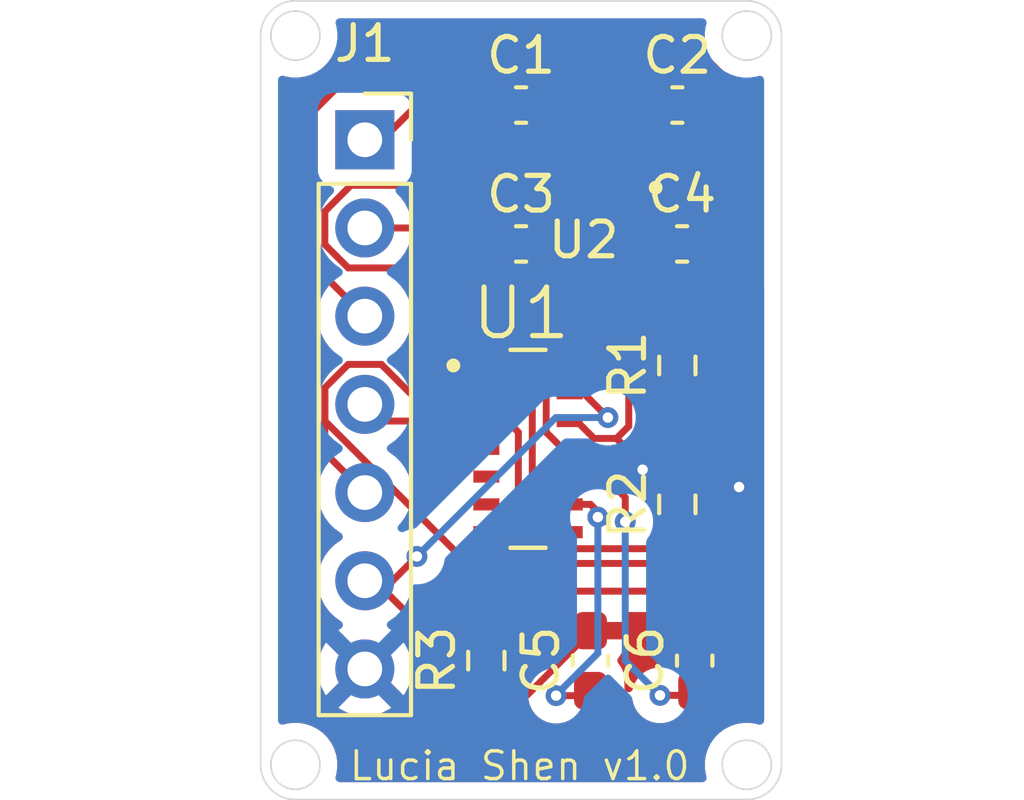
<source format=kicad_pcb>
(kicad_pcb (version 20241229) (generator "pcbnew") (generator_version "9.0")
  (layers (0 "F.Cu" signal) (2 "B.Cu" signal) (13 "F.Paste" user) (15 "B.Paste" user) (5 "F.SilkS" user "F.Silkscreen") (7 "B.SilkS" user "B.Silkscreen") (1 "F.Mask" user) (3 "B.Mask" user) (25 "Edge.Cuts" user))
  (net 0 "")
  (net 1 "/SCL")
  (net 2 "/SDA")
  (net 3 "/INT")
  (net 6 "/VDDIO")
  (net 8 "+3.3V")
  (net 9 "+1V8")
  (net 10 "GND")
  (footprint "Resistor_SMD:R_0603_1608Metric_Pad0.98x0.95mm_HandSolder" (layer "F.Cu") (at 133 92 90)
    (property "Reference" "R2" (at 0 -1.43 90) (layer "F.SilkS"))
    (property "Value" "4.7kΩ")
    (fp_line (start -0.254724 -0.5225) (end 0.254724 -0.5225) (stroke (width 0.12)) (layer "F.SilkS"))
    (fp_line (start -0.254724 0.5225) (end 0.254724 0.5225) (stroke (width 0.12)) (layer "F.SilkS"))
    (pad "1" smd roundrect (at -0.9125 0 90) (size 0.975 0.95) (layers "F.Cu" "F.Mask" "F.Paste") (net 2 "/SDA"))
    (pad "2" smd roundrect (at 0.9125 0 90) (size 0.975 0.95) (layers "F.Cu" "F.Mask" "F.Paste") (net 6 "/VDDIO"))
  )
  (footprint "Resistor_SMD:R_0603_1608Metric_Pad0.98x0.95mm_HandSolder" (layer "F.Cu") (at 133 88 90)
    (property "Reference" "R1" (at 0 -1.43 90) (layer "F.SilkS"))
    (property "Value" "4.7kΩ")
    (fp_line (start -0.254724 -0.5225) (end 0.254724 -0.5225) (stroke (width 0.12)) (layer "F.SilkS"))
    (fp_line (start -0.254724 0.5225) (end 0.254724 0.5225) (stroke (width 0.12)) (layer "F.SilkS"))
    (pad "1" smd roundrect (at -0.9125 0 90) (size 0.975 0.95) (layers "F.Cu" "F.Mask" "F.Paste") (net 1 "/SCL"))
    (pad "2" smd roundrect (at 0.9125 0 90) (size 0.975 0.95) (layers "F.Cu" "F.Mask" "F.Paste") (net 6 "/VDDIO"))
  )
  (footprint "Capacitor_SMD:C_0603_1608Metric_Pad1.08x0.95mm_HandSolder" (layer "F.Cu") (at 128.5 80.5)
    (property "Reference" "C1" (at 0 -1.43 0) (layer "F.SilkS"))
    (property "Value" "10uF")
    (fp_line (start -0.146267 -0.51) (end 0.146267 -0.51) (stroke (width 0.12)) (layer "F.SilkS"))
    (fp_line (start -0.146267 0.51) (end 0.146267 0.51) (stroke (width 0.12)) (layer "F.SilkS"))
    (pad "1" smd roundrect (at -0.8625 0) (size 1.075 0.95) (layers "F.Cu" "F.Mask" "F.Paste") (net 8 "+3.3V"))
    (pad "2" smd roundrect (at 0.8625 0) (size 1.075 0.95) (layers "F.Cu" "F.Mask" "F.Paste") (net 10 "GND"))
  )
  (footprint "Connector_PinSocket_2.54mm:PinSocket_1x07_P2.54mm_Vertical" (layer "F.Cu") (at 124 81.5)
    (property "Reference" "J1" (at 0 -2.77 0) (layer "F.SilkS"))
    (property "Value" "Conn_01x07_Pin")
    (fp_line (start -1.33 1.27) (end -1.33 16.57) (stroke (width 0.12)) (layer "F.SilkS"))
    (fp_line (start -1.33 1.27) (end 1.33 1.27) (stroke (width 0.12)) (layer "F.SilkS"))
    (fp_line (start -1.33 16.57) (end 1.33 16.57) (stroke (width 0.12)) (layer "F.SilkS"))
    (fp_line (start 0 -1.33) (end 1.33 -1.33) (stroke (width 0.12)) (layer "F.SilkS"))
    (fp_line (start 1.33 -1.33) (end 1.33 0) (stroke (width 0.12)) (layer "F.SilkS"))
    (fp_line (start 1.33 1.27) (end 1.33 16.57) (stroke (width 0.12)) (layer "F.SilkS"))
    (pad "1" thru_hole rect (at 0 0) (size 1.7 1.7) (drill 1) (layers "*.Cu" "*.Mask") (net 8 "+3.3V"))
    (pad "2" thru_hole circle (at 0 2.54) (size 1.7 1.7) (drill 1) (layers "*.Cu" "*.Mask") (net 9 "+1V8"))
    (pad "3" thru_hole circle (at 0 5.08) (size 1.7 1.7) (drill 1) (layers "*.Cu" "*.Mask") (net 6 "/VDDIO"))
    (pad "4" thru_hole circle (at 0 7.62) (size 1.7 1.7) (drill 1) (layers "*.Cu" "*.Mask") (net 2 "/SDA"))
    (pad "5" thru_hole circle (at 0 10.16) (size 1.7 1.7) (drill 1) (layers "*.Cu" "*.Mask") (net 1 "/SCL"))
    (pad "6" thru_hole circle (at 0 12.7) (size 1.7 1.7) (drill 1) (layers "*.Cu" "*.Mask") (net 3 "/INT"))
    (pad "7" thru_hole circle (at 0 15.24) (size 1.7 1.7) (drill 1) (layers "*.Cu" "*.Mask") (net 10 "GND"))
  )
  (footprint "Resistor_SMD:R_0603_1608Metric_Pad0.98x0.95mm_HandSolder" (layer "F.Cu") (at 127.5 96.5 90)
    (property "Reference" "R3" (at 0 -1.43 90) (layer "F.SilkS"))
    (property "Value" "4.7kΩ")
    (fp_line (start -0.254724 -0.5225) (end 0.254724 -0.5225) (stroke (width 0.12)) (layer "F.SilkS"))
    (fp_line (start -0.254724 0.5225) (end 0.254724 0.5225) (stroke (width 0.12)) (layer "F.SilkS"))
    (pad "1" smd roundrect (at -0.9125 0 90) (size 0.975 0.95) (layers "F.Cu" "F.Mask" "F.Paste") (net 3 "/INT"))
    (pad "2" smd roundrect (at 0.9125 0 90) (size 0.975 0.95) (layers "F.Cu" "F.Mask" "F.Paste") (net 6 "/VDDIO"))
  )
  (footprint "Capacitor_SMD:C_0603_1608Metric_Pad1.08x0.95mm_HandSolder" (layer "F.Cu") (at 133.5 96.5 90)
    (property "Reference" "C6" (at 0 -1.43 90) (layer "F.SilkS"))
    (property "Value" "1uF")
    (fp_line (start -0.146267 -0.51) (end 0.146267 -0.51) (stroke (width 0.12)) (layer "F.SilkS"))
    (fp_line (start -0.146267 0.51) (end 0.146267 0.51) (stroke (width 0.12)) (layer "F.SilkS"))
    (pad "1" smd roundrect (at -0.8625 0 90) (size 1.075 0.95) (layers "F.Cu" "F.Mask" "F.Paste") (net 9 "+1V8"))
    (pad "2" smd roundrect (at 0.8625 0 90) (size 1.075 0.95) (layers "F.Cu" "F.Mask" "F.Paste") (net 10 "GND"))
  )
  (footprint "Capacitor_SMD:C_0603_1608Metric_Pad1.08x0.95mm_HandSolder" (layer "F.Cu") (at 133 80.5)
    (property "Reference" "C2" (at 0 -1.43 0) (layer "F.SilkS"))
    (property "Value" "0.1uF")
    (fp_line (start -0.146267 -0.51) (end 0.146267 -0.51) (stroke (width 0.12)) (layer "F.SilkS"))
    (fp_line (start -0.146267 0.51) (end 0.146267 0.51) (stroke (width 0.12)) (layer "F.SilkS"))
    (pad "1" smd roundrect (at -0.8625 0) (size 1.075 0.95) (layers "F.Cu" "F.Mask" "F.Paste") (net 8 "+3.3V"))
    (pad "2" smd roundrect (at 0.8625 0) (size 1.075 0.95) (layers "F.Cu" "F.Mask" "F.Paste") (net 10 "GND"))
  )
  (footprint "Capacitor_SMD:C_0603_1608Metric_Pad1.08x0.95mm_HandSolder" (layer "F.Cu") (at 128.5 84.5)
    (property "Reference" "C3" (at 0 -1.43 0) (layer "F.SilkS"))
    (property "Value" "4.7uF")
    (fp_line (start -0.146267 -0.51) (end 0.146267 -0.51) (stroke (width 0.12)) (layer "F.SilkS"))
    (fp_line (start -0.146267 0.51) (end 0.146267 0.51) (stroke (width 0.12)) (layer "F.SilkS"))
    (pad "1" smd roundrect (at -0.8625 0) (size 1.075 0.95) (layers "F.Cu" "F.Mask" "F.Paste") (net 9 "+1V8"))
    (pad "2" smd roundrect (at 0.8625 0) (size 1.075 0.95) (layers "F.Cu" "F.Mask" "F.Paste") (net 10 "GND"))
  )
  (footprint "MAX30102EFD_T:XDCR_MAX30101EFD_" (layer "F.Cu") (at 128.7 90.4)
    (property "Reference" "U1" (at -0.2 -3.9 0) (layer "F.SilkS") (effects (font (size 1.4 1.4))))
    (property "Value" "MAX30102EFD_T")
    (fp_line (start -0.505 -2.85) (end 0.505 -2.85) (stroke (width 0.127)) (layer "F.SilkS"))
    (fp_line (start 0.505 2.85) (end -0.505 2.85) (stroke (width 0.127)) (layer "F.SilkS"))
    (fp_circle (center -2.15 -2.4) (end -2.05 -2.4) (stroke (width 0.2)) (fill no) (layer "F.SilkS"))
    (pad "1" smd rect (at -1.2 -2.4) (size 0.75 0.35) (layers "F.Cu" "F.Mask" "F.Paste"))
    (pad "2" smd rect (at -1.2 -1.6) (size 0.75 0.35) (layers "F.Cu" "F.Mask" "F.Paste") (net 1 "/SCL"))
    (pad "3" smd rect (at -1.2 -0.8) (size 0.75 0.35) (layers "F.Cu" "F.Mask" "F.Paste") (net 2 "/SDA"))
    (pad "4" smd rect (at -1.2 0) (size 0.75 0.35) (layers "F.Cu" "F.Mask" "F.Paste"))
    (pad "5" smd rect (at -1.2 0.8) (size 0.75 0.35) (layers "F.Cu" "F.Mask" "F.Paste"))
    (pad "6" smd rect (at -1.2 1.6) (size 0.75 0.35) (layers "F.Cu" "F.Mask" "F.Paste"))
    (pad "7" smd rect (at -1.2 2.4) (size 0.75 0.35) (layers "F.Cu" "F.Mask" "F.Paste"))
    (pad "8" smd rect (at 1.2 2.4) (size 0.75 0.35) (layers "F.Cu" "F.Mask" "F.Paste"))
    (pad "9" smd rect (at 1.2 1.6) (size 0.75 0.35) (layers "F.Cu" "F.Mask" "F.Paste") (net 8 "+3.3V"))
    (pad "10" smd rect (at 1.2 0.8) (size 0.75 0.35) (layers "F.Cu" "F.Mask" "F.Paste"))
    (pad "11" smd rect (at 1.2 0) (size 0.75 0.35) (layers "F.Cu" "F.Mask" "F.Paste") (net 9 "+1V8"))
    (pad "12" smd rect (at 1.2 -0.8) (size 0.75 0.35) (layers "F.Cu" "F.Mask" "F.Paste") (net 10 "GND"))
    (pad "13" smd rect (at 1.2 -1.6) (size 0.75 0.35) (layers "F.Cu" "F.Mask" "F.Paste") (net 3 "/INT"))
    (pad "14" smd rect (at 1.2 -2.4) (size 0.75 0.35) (layers "F.Cu" "F.Mask" "F.Paste"))
  )
  (footprint "MIC5365_1_8YMT_TZ_snap:VREG_MIC5365-1.8YMT-TZ" (layer "F.Cu") (at 130.9793 82.5 180)
    (property "Reference" "U2" (at 0.675 -1.885 0) (layer "F.SilkS"))
    (property "Value" "MIC5365-1.8YMT-TZ")
    (fp_circle (center -1.397 -0.381) (end -1.297 -0.381) (stroke (width 0.2)) (fill no) (layer "F.SilkS"))
    (pad "1" smd custom (at -0.5207 -0.3125 180) (size 0.1 0.1) (layers "F.Cu") (net 9 "+1V8") (options (clearance outline) (anchor rect)) (primitives (gr_poly (pts (xy -0.3048 -0.1397) (xy -0.3048 0.1397) (xy 0.1778 0.1397) (xy 0.3048 0.0127) (xy 0.3048 -0.1397)) (width 0.01) (fill yes))))
    (pad "2" smd custom (at -0.5207 0.3125 180) (size 0.1 0.1) (layers "F.Cu") (net 10 "GND") (options (clearance outline) (anchor rect)) (primitives (gr_poly (pts (xy -0.3048 0.1397) (xy -0.3048 -0.1397) (xy 0.1778 -0.1397) (xy 0.3048 -0.0127) (xy 0.3048 0.1397)) (width 0.01) (fill yes))))
    (pad "3" smd custom (at 0.5207 0.3125 180) (size 0.1 0.1) (layers "F.Cu") (net 8 "+3.3V") (options (clearance outline) (anchor rect)) (primitives (gr_poly (pts (xy 0.3048 0.1397) (xy 0.3048 -0.1397) (xy -0.1778 -0.1397) (xy -0.3048 -0.0127) (xy -0.3048 0.1397)) (width 0.01) (fill yes))))
    (pad "4" smd custom (at 0.5207 -0.3125 180) (size 0.1 0.1) (layers "F.Cu") (net 8 "+3.3V") (options (clearance outline) (anchor rect)) (primitives (gr_poly (pts (xy 0.3048 -0.1397) (xy 0.3048 0.1397) (xy -0.1778 0.1397) (xy -0.3048 0.0127) (xy -0.3048 -0.1397)) (width 0.01) (fill yes))))
    (pad "EP" smd custom (at 0 0 180) (size 0.1 0.1) (layers "F.Cu") (options (clearance outline) (anchor rect)) (primitives (gr_poly (pts (xy -0.2794 0) (xy 0 0.2794) (xy 0.2794 0) (xy 0 -0.2794)) (width 0.01) (fill yes))))
  )
  (footprint "Capacitor_SMD:C_0603_1608Metric_Pad1.08x0.95mm_HandSolder" (layer "F.Cu") (at 130.5 96.5 90)
    (property "Reference" "C5" (at 0 -1.43 90) (layer "F.SilkS"))
    (property "Value" "1uF")
    (fp_line (start -0.146267 -0.51) (end 0.146267 -0.51) (stroke (width 0.12)) (layer "F.SilkS"))
    (fp_line (start -0.146267 0.51) (end 0.146267 0.51) (stroke (width 0.12)) (layer "F.SilkS"))
    (pad "1" smd roundrect (at -0.8625 0 90) (size 1.075 0.95) (layers "F.Cu" "F.Mask" "F.Paste") (net 8 "+3.3V"))
    (pad "2" smd roundrect (at 0.8625 0 90) (size 1.075 0.95) (layers "F.Cu" "F.Mask" "F.Paste") (net 10 "GND"))
  )
  (footprint "Capacitor_SMD:C_0603_1608Metric_Pad1.08x0.95mm_HandSolder" (layer "F.Cu") (at 133.1375 84.5)
    (property "Reference" "C4" (at 0 -1.43 0) (layer "F.SilkS"))
    (property "Value" "0.1uF")
    (fp_line (start -0.146267 -0.51) (end 0.146267 -0.51) (stroke (width 0.12)) (layer "F.SilkS"))
    (fp_line (start -0.146267 0.51) (end 0.146267 0.51) (stroke (width 0.12)) (layer "F.SilkS"))
    (pad "1" smd roundrect (at -0.8625 0) (size 1.075 0.95) (layers "F.Cu" "F.Mask" "F.Paste") (net 9 "+1V8"))
    (pad "2" smd roundrect (at 0.8625 0) (size 1.075 0.95) (layers "F.Cu" "F.Mask" "F.Paste") (net 10 "GND"))
  )
  (gr_arc (start 135 77.5) (mid 135.707107 77.792893) (end 136 78.5) (stroke (width 0.05)) (layer "Edge.Cuts"))
  (gr_line (start 121 99.5) (end 121 78.5) (stroke (width 0.05)) (layer "Edge.Cuts"))
  (gr_arc (start 122 100.5) (mid 121.292893 100.207107) (end 121 99.5) (stroke (width 0.05)) (layer "Edge.Cuts"))
  (gr_line (start 122 77.5) (end 135 77.5) (stroke (width 0.05)) (layer "Edge.Cuts"))
  (gr_circle (center 122 78.5) (end 122.5 78) (stroke (width 0.05)) (fill no) (layer "Edge.Cuts"))
  (gr_circle (center 135 78.5) (end 134.5 78) (stroke (width 0.05)) (fill no) (layer "Edge.Cuts"))
  (gr_arc (start 136 99.5) (mid 135.707107 100.207107) (end 135 100.5) (stroke (width 0.05)) (layer "Edge.Cuts"))
  (gr_line (start 122 100.5) (end 135 100.5) (stroke (width 0.05)) (layer "Edge.Cuts"))
  (gr_circle (center 122 99.5) (end 122.5 99) (stroke (width 0.05)) (fill no) (layer "Edge.Cuts"))
  (gr_arc (start 121 78.5) (mid 121.292893 77.792893) (end 122 77.5) (stroke (width 0.05)) (layer "Edge.Cuts"))
  (gr_circle (center 135 99.5) (end 135.5 99) (stroke (width 0.05)) (fill no) (layer "Edge.Cuts"))
  (gr_line (start 136 78.5) (end 136 99.5) (stroke (width 0.05)) (layer "Edge.Cuts"))
  (gr_text "Lucia Shen v1.0" (at 123.5 100 0) (layer "F.SilkS") (effects (font (size 0.8 0.8) (thickness 0.1)) (justify left bottom)))
  (segment (start 122.849 88.64324) (end 122.849 89.59676) (width 0.2) (layer "F.Cu") (net 1))
  (segment (start 133.776 89.6885) (end 133 88.9125) (width 0.2) (layer "F.Cu") (net 1))
  (segment (start 125.30776 88.8) (end 124.47676 87.969) (width 0.2) (layer "F.Cu") (net 1))
  (segment (start 133.776 93.392134) (end 133.776 89.6885) (width 0.2) (layer "F.Cu") (net 1))
  (segment (start 123.52324 87.969) (end 122.849 88.64324) (width 0.2) (layer "F.Cu") (net 1))
  (segment (start 122.849 89.59676) (end 126.95324 93.701) (width 0.2) (layer "F.Cu") (net 1))
  (segment (start 127.5 88.8) (end 125.30776 88.8) (width 0.2) (layer "F.Cu") (net 1))
  (segment (start 124 91.66) (end 122.849 90.509) (width 0.2) (layer "F.Cu") (net 1))
  (segment (start 124.47676 87.969) (end 123.52324 87.969) (width 0.2) (layer "F.Cu") (net 1))
  (segment (start 122.849 90.509) (end 122.849 88.64324) (width 0.2) (layer "F.Cu") (net 1))
  (segment (start 133.467134 93.701) (end 133.776 93.392134) (width 0.2) (layer "F.Cu") (net 1))
  (segment (start 126.95324 93.701) (end 133.467134 93.701) (width 0.2) (layer "F.Cu") (net 1))
  (segment (start 128.422 89.922) (end 128.422 92.474) (width 0.2) (layer "F.Cu") (net 2))
  (segment (start 124 89.12) (end 124.48 89.6) (width 0.2) (layer "F.Cu") (net 2))
  (segment (start 124.48 89.6) (end 127.5 89.6) (width 0.2) (layer "F.Cu") (net 2))
  (segment (start 128.1 89.6) (end 128.422 89.922) (width 0.2) (layer "F.Cu") (net 2))
  (segment (start 128.422 92.474) (end 129.224 93.276) (width 0.2) (layer "F.Cu") (net 2))
  (segment (start 127.5 89.6) (end 128.1 89.6) (width 0.2) (layer "F.Cu") (net 2))
  (segment (start 129.224 93.276) (end 132.6365 93.276) (width 0.2) (layer "F.Cu") (net 2))
  (segment (start 132.6365 93.276) (end 133 92.9125) (width 0.2) (layer "F.Cu") (net 2))
  (segment (start 131 89.5) (end 130.3 88.8) (width 0.2) (layer "F.Cu") (net 3))
  (segment (start 124.2875 94.2) (end 127.5 97.4125) (width 0.2) (layer "F.Cu") (net 3))
  (segment (start 124 94.2) (end 124.2875 94.2) (width 0.2) (layer "F.Cu") (net 3))
  (segment (start 124 94.2) (end 124.8 94.2) (width 0.2) (layer "F.Cu") (net 3))
  (segment (start 124.8 94.2) (end 125.5 93.5) (width 0.2) (layer "F.Cu") (net 3))
  (segment (start 130.3 88.8) (end 129.9 88.8) (width 0.2) (layer "F.Cu") (net 3))
  (via (at 125.5 93.5) (size 0.6) (drill 0.3) (layers "F.Cu" "B.Cu") (net 3))
  (via (at 131 89.5) (size 0.6) (drill 0.3) (layers "F.Cu" "B.Cu") (net 3))
  (segment (start 129.5 89.5) (end 131 89.5) (width 0.2) (layer "B.Cu") (net 3))
  (segment (start 125.5 93.5) (end 129.5 89.5) (width 0.2) (layer "B.Cu") (net 3))
  (segment (start 122.448 80.75) (end 124.099 79.099) (width 0.2) (layer "F.Cu") (net 6))
  (segment (start 133 91.0875) (end 132.224 90.3115) (width 0.2) (layer "F.Cu") (net 6))
  (segment (start 132.532866 88.124) (end 133.467134 88.124) (width 0.2) (layer "F.Cu") (net 6))
  (segment (start 124.099 79.099) (end 133.767134 79.099) (width 0.2) (layer "F.Cu") (net 6))
  (segment (start 134.8385 80.170366) (end 134.8385 85.249) (width 0.2) (layer "F.Cu") (net 6))
  (segment (start 124 86.58) (end 122.448 85.028) (width 0.2) (layer "F.Cu") (net 6))
  (segment (start 134.177 93.558234) (end 133.235234 94.5) (width 0.2) (layer "F.Cu") (net 6))
  (segment (start 132.224 87.8635) (end 132.224 90.3115) (width 0.2) (layer "F.Cu") (net 6))
  (segment (start 132.224 88.432866) (end 132.532866 88.124) (width 0.2) (layer "F.Cu") (net 6))
  (segment (start 122.448 85.028) (end 122.448 80.75) (width 0.2) (layer "F.Cu") (net 6))
  (segment (start 128.5875 94.5) (end 127.5 95.5875) (width 0.2) (layer "F.Cu") (net 6))
  (segment (start 133.467134 88.124) (end 134.177 88.833866) (width 0.2) (layer "F.Cu") (net 6))
  (segment (start 134.8385 85.249) (end 133 87.0875) (width 0.2) (layer "F.Cu") (net 6))
  (segment (start 133.235234 94.5) (end 128.5875 94.5) (width 0.2) (layer "F.Cu") (net 6))
  (segment (start 133.767134 79.099) (end 134.8385 80.170366) (width 0.2) (layer "F.Cu") (net 6))
  (segment (start 133 87.0875) (end 132.224 87.8635) (width 0.2) (layer "F.Cu") (net 6))
  (segment (start 134.177 88.833866) (end 134.177 93.558234) (width 0.2) (layer "F.Cu") (net 6))
  (segment (start 132.224 90.3115) (end 132.224 88.432866) (width 0.2) (layer "F.Cu") (net 6))
  (segment (start 128.823 91.275) (end 129.548 92) (width 0.2) (layer "F.Cu") (net 8))
  (segment (start 123.59974 82.8125) (end 122.849 83.56324) (width 0.2) (layer "F.Cu") (net 8))
  (segment (start 130.4586 82.8125) (end 123.59974 82.8125) (width 0.2) (layer "F.Cu") (net 8))
  (segment (start 130.3039 82.3422) (end 130.4586 82.1875) (width 0.2) (layer "F.Cu") (net 8))
  (segment (start 130.4586 82.8125) (end 130.3039 82.6578) (width 0.2) (layer "F.Cu") (net 8))
  (segment (start 124.5 81.5) (end 125.5 80.5) (width 0.2) (layer "F.Cu") (net 8))
  (segment (start 129.9 92) (end 130.5 92) (width 0.2) (layer "F.Cu") (net 8))
  (segment (start 129.508332 97.508332) (end 130.354168 97.508332) (width 0.2) (layer "F.Cu") (net 8))
  (segment (start 122.849 84.51676) (end 123.52324 85.191) (width 0.2) (layer "F.Cu") (net 8))
  (segment (start 124 81.5) (end 124.5 81.5) (width 0.2) (layer "F.Cu") (net 8))
  (segment (start 128.6375 79.5) (end 127.6375 80.5) (width 0.2) (layer "F.Cu") (net 8))
  (segment (start 130.354168 97.508332) (end 130.5 97.3625) (width 0.2) (layer "F.Cu") (net 8))
  (segment (start 130.5 92) (end 130.899 92.399) (width 0.2) (layer "F.Cu") (net 8))
  (segment (start 131.1375 79.5) (end 128.6375 79.5) (width 0.2) (layer "F.Cu") (net 8))
  (segment (start 125.843 85.191) (end 128.823 88.171) (width 0.2) (layer "F.Cu") (net 8))
  (segment (start 132.1375 80.5) (end 131.1375 79.5) (width 0.2) (layer "F.Cu") (net 8))
  (segment (start 130.899 92.5) (end 130.843645 92.5) (width 0.2) (layer "F.Cu") (net 8))
  (segment (start 127.6375 80.5) (end 129.325 82.1875) (width 0.2) (layer "F.Cu") (net 8))
  (segment (start 128.823 88.171) (end 128.823 91.275) (width 0.2) (layer "F.Cu") (net 8))
  (segment (start 130.843645 92.5) (end 130.711061 92.367416) (width 0.2) (layer "F.Cu") (net 8))
  (segment (start 130.899 92.399) (end 130.899 92.5) (width 0.2) (layer "F.Cu") (net 8))
  (segment (start 129.325 82.1875) (end 130.4586 82.1875) (width 0.2) (layer "F.Cu") (net 8))
  (segment (start 130.3039 82.6578) (end 130.3039 82.3422) (width 0.2) (layer "F.Cu") (net 8))
  (segment (start 122.849 83.56324) (end 122.849 84.51676) (width 0.2) (layer "F.Cu") (net 8))
  (segment (start 125.5 80.5) (end 127.6375 80.5) (width 0.2) (layer "F.Cu") (net 8))
  (segment (start 129.548 92) (end 129.9 92) (width 0.2) (layer "F.Cu") (net 8))
  (segment (start 123.52324 85.191) (end 125.843 85.191) (width 0.2) (layer "F.Cu") (net 8))
  (via (at 129.508332 97.508332) (size 0.6) (drill 0.3) (layers "F.Cu" "B.Cu") (net 8))
  (via (at 130.711061 92.367416) (size 0.6) (drill 0.3) (layers "F.Cu" "B.Cu") (net 8))
  (segment (start 130.711061 96.288939) (end 129.5 97.5) (width 0.2) (layer "B.Cu") (net 8))
  (segment (start 129.5 97.5) (end 129.508332 97.508332) (width 0.2) (layer "B.Cu") (net 8))
  (segment (start 130.711061 92.367416) (end 130.711061 96.288939) (width 0.2) (layer "B.Cu") (net 8))
  (segment (start 127.6375 84.5) (end 129.224 86.0865) (width 0.2) (layer "F.Cu") (net 9))
  (segment (start 128.4135 83.724) (end 130.5885 83.724) (width 0.2) (layer "F.Cu") (net 9))
  (segment (start 127.1775 84.04) (end 127.6375 84.5) (width 0.2) (layer "F.Cu") (net 9))
  (segment (start 127.6375 84.5) (end 128.4135 83.724) (width 0.2) (layer "F.Cu") (net 9))
  (segment (start 129.224 86.0865) (end 129.224 89.924) (width 0.2) (layer "F.Cu") (net 9))
  (segment (start 132.275 84.5) (end 132.275 83.5875) (width 0.2) (layer "F.Cu") (net 9))
  (segment (start 130.5885 83.724) (end 131.5 82.8125) (width 0.2) (layer "F.Cu") (net 9))
  (segment (start 132.5 97.5) (end 133.3625 97.5) (width 0.2) (layer "F.Cu") (net 9))
  (segment (start 129.7 90.4) (end 129.9 90.4) (width 0.2) (layer "F.Cu") (net 9))
  (segment (start 131.5 91.8) (end 131.5 92.5) (width 0.2) (layer "F.Cu") (net 9))
  (segment (start 132.275 83.5875) (end 131.5 82.8125) (width 0.2) (layer "F.Cu") (net 9))
  (segment (start 124 84.04) (end 127.1775 84.04) (width 0.2) (layer "F.Cu") (net 9))
  (segment (start 129.224 89.924) (end 129.7 90.4) (width 0.2) (layer "F.Cu") (net 9))
  (segment (start 133.3625 97.5) (end 133.5 97.3625) (width 0.2) (layer "F.Cu") (net 9))
  (segment (start 129.9 90.4) (end 130.1 90.4) (width 0.2) (layer "F.Cu") (net 9))
  (segment (start 130.1 90.4) (end 131.5 91.8) (width 0.2) (layer "F.Cu") (net 9))
  (via (at 132.5 97.5) (size 0.6) (drill 0.3) (layers "F.Cu" "B.Cu") (net 9))
  (via (at 131.5 92.5) (size 0.6) (drill 0.3) (layers "F.Cu" "B.Cu") (net 9))
  (segment (start 131.5 92.5) (end 131.5 96.5) (width 0.2) (layer "B.Cu") (net 9))
  (segment (start 131.5 96.5) (end 132.5 97.5) (width 0.2) (layer "B.Cu") (net 9))
  (segment (start 131.765854 82.1875) (end 133.1135 83.535146) (width 0.2) (layer "F.Cu") (net 10))
  (segment (start 132.804634 85.276) (end 130.1385 85.276) (width 0.2) (layer "F.Cu") (net 10))
  (segment (start 133.8625 80.5) (end 132.175 82.1875) (width 0.2) (layer "F.Cu") (net 10))
  (segment (start 134.777 94.3605) (end 134.777 91.5) (width 0.2) (layer "F.Cu") (net 10))
  (segment (start 132.175 82.1875) (end 132 82.1875) (width 0.2) (layer "F.Cu") (net 10))
  (segment (start 133.1135 83.535146) (end 133.1135 84.967134) (width 0.2) (layer "F.Cu") (net 10))
  (segment (start 132 82.1875) (end 131.5 82.1875) (width 0.2) (layer "F.Cu") (net 10))
  (segment (start 132 91) (end 132 90.852057) (width 0.2) (layer "F.Cu") (net 10))
  (segment (start 131.601 89.748943) (end 131.601 86.479634) (width 0.2) (layer "F.Cu") (net 10))
  (segment (start 132 82.421646) (end 132 82.1875) (width 0.2) (layer "F.Cu") (net 10))
  (segment (start 124 96.74) (end 125.461 98.201) (width 0.2) (layer "F.Cu") (net 10))
  (segment (start 134 84.5) (end 134 84.421646) (width 0.2) (layer "F.Cu") (net 10))
  (segment (start 129.8125 80.5) (end 131.5 82.1875) (width 0.2) (layer "F.Cu") (net 10))
  (segment (start 125.461 98.201) (end 127.967134 98.201) (width 0.2) (layer "F.Cu") (net 10))
  (segment (start 130.601 90.101) (end 131.248943 90.101) (width 0.2) (layer "F.Cu") (net 10))
  (segment (start 131.601 86.479634) (end 132.804634 85.276) (width 0.2) (layer "F.Cu") (net 10))
  (segment (start 133.1135 84.967134) (end 132.804634 85.276) (width 0.2) (layer "F.Cu") (net 10))
  (segment (start 130.5 95.668134) (end 130.5 95.6375) (width 0.2) (layer "F.Cu") (net 10))
  (segment (start 134 84.421646) (end 132 82.421646) (width 0.2) (layer "F.Cu") (net 10))
  (segment (start 127.967134 98.201) (end 130.5 95.668134) (width 0.2) (layer "F.Cu") (net 10))
  (segment (start 132 90.852057) (end 131.248943 90.101) (width 0.2) (layer "F.Cu") (net 10))
  (segment (start 129.9 89.6) (end 130.1 89.6) (width 0.2) (layer "F.Cu") (net 10))
  (segment (start 133.5 95.6375) (end 130.5 95.6375) (width 0.2) (layer "F.Cu") (net 10))
  (segment (start 130.1 89.6) (end 130.601 90.101) (width 0.2) (layer "F.Cu") (net 10))
  (segment (start 131.5 82.1875) (end 131.765854 82.1875) (width 0.2) (layer "F.Cu") (net 10))
  (segment (start 130.1385 85.276) (end 129.3625 84.5) (width 0.2) (layer "F.Cu") (net 10))
  (segment (start 131.248943 90.101) (end 131.601 89.748943) (width 0.2) (layer "F.Cu") (net 10))
  (segment (start 129.3625 80.5) (end 129.8125 80.5) (width 0.2) (layer "F.Cu") (net 10))
  (segment (start 133.5 95.6375) (end 134.777 94.3605) (width 0.2) (layer "F.Cu") (net 10))
  (via (at 134.777 91.5) (size 0.6) (drill 0.3) (layers "F.Cu" "B.Cu") (net 10))
  (via (at 132 91) (size 0.6) (drill 0.3) (layers "F.Cu" "B.Cu") (net 10))
  (segment (start 134.777 91.5) (end 132.5 91.5) (width 0.2) (layer "B.Cu") (net 10))
  (segment (start 132.5 91.5) (end 132 91) (width 0.2) (layer "B.Cu") (net 10))
  (zone (net 10) (net_name "GND") (layers "F.Cu" "B.Cu") (connect_pads (clearance 0.5)) (min_thickness 0.25) (fill yes (thermal_gap 0.5) (thermal_bridge_width 0.5))
    (polygon (pts (xy 121 77.5) (xy 136 77.5) (xy 136 100.5) (xy 121 100.5)))
  )
)
</source>
